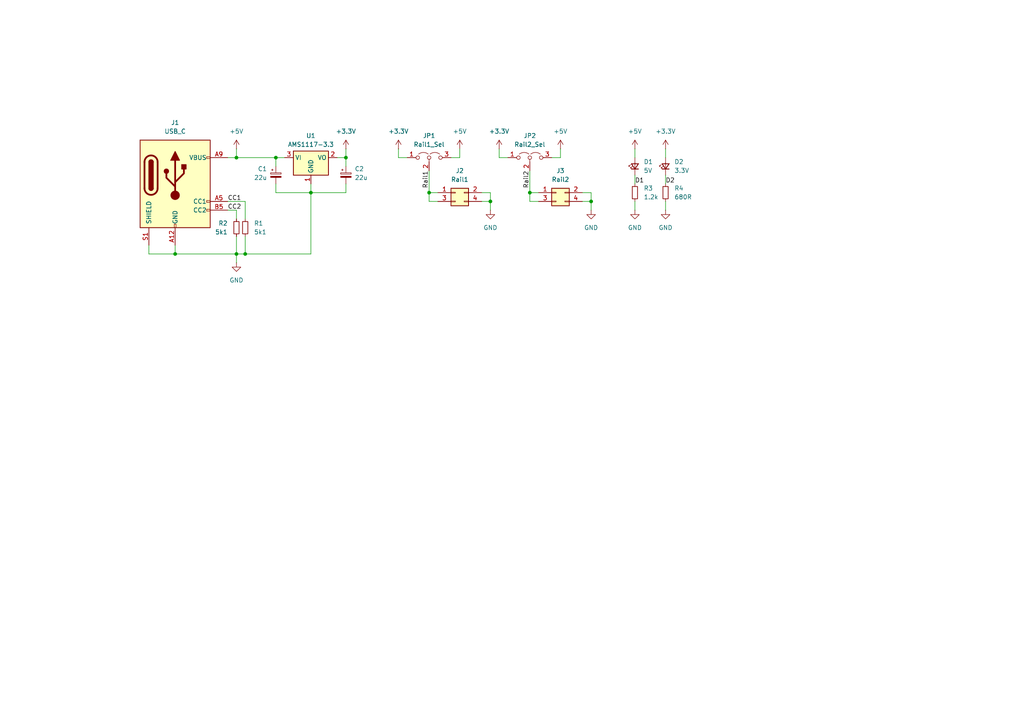
<source format=kicad_sch>
(kicad_sch (version 20231120) (generator "eeschema") (generator_version "8.0")
  (paper "A4")
  (title_block (title "BreadBoard-Power") (date "${DATE}") (rev "${VERSION}") (company "Qetesh"))
  (lib_symbols
    (symbol "Connector:USB_C_Receptacle_PowerOnly_6P" (pin_names (offset 1.016))
      (property "Reference" "J" (at 0 16.51 0))
      (property "Value" "USB_C_Receptacle_PowerOnly_6P" (at 0 13.97 0))
      (symbol "USB_C_Receptacle_PowerOnly_6P_0_0"
        (rectangle (start -0.254 -12.7) (end 0.254 -11.684))
        (rectangle (start 10.16 -7.366) (end 9.144 -7.874))
        (rectangle (start 10.16 -4.826) (end 9.144 -5.334))
        (rectangle (start 10.16 7.874) (end 9.144 7.366))
      )
      (symbol "USB_C_Receptacle_PowerOnly_6P_0_1"
        (rectangle (start -10.16 12.7) (end 10.16 -12.7) (stroke (width 0.254)) (fill (type background)))
        (arc (start -8.89 -1.27) (mid -6.985 -3.1667) (end -5.08 -1.27) (stroke (width 0.508)))
        (arc (start -7.62 -1.27) (mid -6.985 -1.9023) (end -6.35 -1.27) (stroke (width 0.254)))
        (arc (start -7.62 -1.27) (mid -6.985 -1.9023) (end -6.35 -1.27) (stroke (width 0.254)) (fill (type outline)))
        (rectangle (start -7.62 -1.27) (end -6.35 6.35) (stroke (width 0.254)) (fill (type outline)))
        (arc (start -6.35 6.35) (mid -6.985 6.9823) (end -7.62 6.35) (stroke (width 0.254)))
        (arc (start -6.35 6.35) (mid -6.985 6.9823) (end -7.62 6.35) (stroke (width 0.254)) (fill (type outline)))
        (arc (start -5.08 6.35) (mid -6.985 8.2467) (end -8.89 6.35) (stroke (width 0.508)))
        (circle (center -2.54 3.683) (radius 0.635) (stroke (width 0.254)) (fill (type outline)))
        (circle (center 0 -3.302) (radius 1.27) (fill (type outline)))
        (polyline (pts (xy -8.89 -1.27) (xy -8.89 6.35)) (stroke (width 0.508)))
        (polyline (pts (xy -5.08 6.35) (xy -5.08 -1.27)) (stroke (width 0.508)))
        (polyline (pts (xy 0 -3.302) (xy 0 6.858)) (stroke (width 0.508)))
        (polyline (pts (xy 0 -0.762) (xy -2.54 1.778) (xy -2.54 3.048)) (stroke (width 0.508)))
        (polyline (pts (xy 0 0.508) (xy 2.54 3.048) (xy 2.54 4.318)) (stroke (width 0.508)))
        (polyline (pts (xy -1.27 6.858) (xy 0 9.398) (xy 1.27 6.858) (xy -1.27 6.858)) (stroke (width 0.254)) (fill (type outline)))
        (rectangle (start 1.905 4.318) (end 3.175 5.588) (stroke (width 0.254)) (fill (type outline)))
      )
      (symbol "USB_C_Receptacle_PowerOnly_6P_1_1"
        (pin passive line (at 0 -17.78 90) (length 5.08) (name "GND") (number "A12"))
        (pin bidirectional line (at 15.24 -5.08 180) (length 5.08) (name "CC1") (number "A5"))
        (pin passive line (at 15.24 7.62 180) (length 5.08) (name "VBUS") (number "A9"))
        (pin passive line (at 0 -17.78 90) (length 5.08) hide (name "GND") (number "B12"))
        (pin bidirectional line (at 15.24 -7.62 180) (length 5.08) (name "CC2") (number "B5"))
        (pin passive line (at 15.24 7.62 180) (length 5.08) hide (name "VBUS") (number "B9"))
        (pin passive line (at -7.62 -17.78 90) (length 5.08) (name "SHIELD") (number "S1"))
      )
    )
    (symbol "Connector_Generic:Conn_02x02_Odd_Even" (pin_names (offset 1.016) hide)
      (property "Reference" "J" (at 1.27 2.54 0))
      (property "Value" "Conn_02x02_Odd_Even" (at 1.27 -5.08 0))
      (symbol "Conn_02x02_Odd_Even_1_1"
        (rectangle (start -1.27 -2.413) (end 0 -2.667) (stroke (width 0.1524)))
        (rectangle (start -1.27 0.127) (end 0 -0.127) (stroke (width 0.1524)))
        (rectangle (start -1.27 1.27) (end 3.81 -3.81) (stroke (width 0.254)) (fill (type background)))
        (rectangle (start 3.81 -2.413) (end 2.54 -2.667) (stroke (width 0.1524)))
        (rectangle (start 3.81 0.127) (end 2.54 -0.127) (stroke (width 0.1524)))
        (pin passive line (at -5.08 0 0) (length 3.81) (name "Pin_1") (number "1"))
        (pin passive line (at 7.62 0 180) (length 3.81) (name "Pin_2") (number "2"))
        (pin passive line (at -5.08 -2.54 0) (length 3.81) (name "Pin_3") (number "3"))
        (pin passive line (at 7.62 -2.54 180) (length 3.81) (name "Pin_4") (number "4"))
      )
    )
    (symbol "Device:C_Polarized_Small" (pin_numbers hide) (pin_names (offset 0.254) hide)
      (property "Reference" "C" (at 0.254 1.778 0))
      (property "Value" "C_Polarized_Small" (at 0.254 -2.032 0))
      (symbol "C_Polarized_Small_0_1"
        (rectangle (start -1.524 -0.3048) (end 1.524 -0.6858) (fill (type outline)))
        (rectangle (start -1.524 0.6858) (end 1.524 0.3048))
        (polyline (pts (xy -1.27 1.524) (xy -0.762 1.524)))
        (polyline (pts (xy -1.016 1.27) (xy -1.016 1.778)))
      )
      (symbol "C_Polarized_Small_1_1"
        (pin passive line (at 0 2.54 270) (length 1.8542) (name "~") (number "1"))
        (pin passive line (at 0 -2.54 90) (length 1.8542) (name "~") (number "2"))
      )
    )
    (symbol "Device:LED_Small" (pin_numbers hide) (pin_names (offset 0.254) hide)
      (property "Reference" "D" (at -1.27 3.175 0))
      (property "Value" "LED_Small" (at -4.445 -2.54 0))
      (symbol "LED_Small_0_1"
        (polyline (pts (xy -0.762 -1.016) (xy -0.762 1.016)) (stroke (width 0.254)))
        (polyline (pts (xy 1.016 0) (xy -0.762 0)))
        (polyline (pts (xy 0.762 -1.016) (xy -0.762 0) (xy 0.762 1.016) (xy 0.762 -1.016)) (stroke (width 0.254)))
        (polyline (pts (xy 0 0.762) (xy -0.508 1.27) (xy -0.254 1.27) (xy -0.508 1.27) (xy -0.508 1.016)))
        (polyline (pts (xy 0.508 1.27) (xy 0 1.778) (xy 0.254 1.778) (xy 0 1.778) (xy 0 1.524)))
      )
      (symbol "LED_Small_1_1"
        (pin passive line (at -2.54 0 0) (length 1.778) (name "K") (number "1"))
        (pin passive line (at 2.54 0 180) (length 1.778) (name "A") (number "2"))
      )
    )
    (symbol "Device:R_Small" (pin_numbers hide) (pin_names (offset 0.254) hide)
      (property "Reference" "R" (at 0.762 0.508 0))
      (property "Value" "R_Small" (at 0.762 -1.016 0))
      (symbol "R_Small_0_1"
        (rectangle (start -0.762 1.778) (end 0.762 -1.778) (stroke (width 0.2032)))
      )
      (symbol "R_Small_1_1"
        (pin passive line (at 0 2.54 270) (length 0.762) (name "~") (number "1"))
        (pin passive line (at 0 -2.54 90) (length 0.762) (name "~") (number "2"))
      )
    )
    (symbol "Jumper:Jumper_3_Open" (pin_names (offset 0) hide) (exclude_from_sim yes) (in_bom no)
      (property "Reference" "JP" (at -2.54 -2.54 0))
      (property "Value" "Jumper_3_Open" (at 0 2.794 0))
      (symbol "Jumper_3_Open_0_0"
        (circle (center -3.302 0) (radius 0.508))
        (circle (center 0 0) (radius 0.508))
        (circle (center 3.302 0) (radius 0.508))
      )
      (symbol "Jumper_3_Open_0_1"
        (arc (start -0.254 1.016) (mid -1.651 1.4992) (end -3.048 1.016))
        (polyline (pts (xy 0 -0.508) (xy 0 -1.27)))
        (arc (start 3.048 1.016) (mid 1.651 1.4992) (end 0.254 1.016))
      )
      (symbol "Jumper_3_Open_1_1"
        (pin passive line (at -6.35 0 0) (length 2.54) (name "A") (number "1"))
        (pin passive line (at 0 -3.81 90) (length 2.54) (name "C") (number "2"))
        (pin passive line (at 6.35 0 180) (length 2.54) (name "B") (number "3"))
      )
    )
    (symbol "Regulator_Linear:AMS1117-3.3"
      (property "Reference" "U" (at -3.81 3.175 0))
      (property "Value" "AMS1117-3.3" (at 0 3.175 0))
      (symbol "AMS1117-3.3_0_1"
        (rectangle (start -5.08 -5.08) (end 5.08 1.905) (stroke (width 0.254)) (fill (type background)))
      )
      (symbol "AMS1117-3.3_1_1"
        (pin power_in line (at 0 -7.62 90) (length 2.54) (name "GND") (number "1"))
        (pin power_out line (at 7.62 0 180) (length 2.54) (name "VO") (number "2"))
        (pin power_in line (at -7.62 0 0) (length 2.54) (name "VI") (number "3"))
      )
    )
    (symbol "power:+3.3V" (power) (pin_numbers hide) (pin_names (offset 0) hide)
      (property "Value" "+3.3V" (at 0 3.556 0))
      (symbol "+3.3V_0_1"
        (polyline (pts (xy -0.762 1.27) (xy 0 2.54)))
        (polyline (pts (xy 0 0) (xy 0 2.54)))
        (polyline (pts (xy 0 2.54) (xy 0.762 1.27)))
      )
      (symbol "+3.3V_1_1"
        (pin power_in line (at 0 0 90) (length 0) (name "~") (number "1"))
      )
    )
    (symbol "power:+5V" (power) (pin_numbers hide) (pin_names (offset 0) hide)
      (property "Value" "+5V" (at 0 3.556 0))
      (symbol "+5V_0_1"
        (polyline (pts (xy -0.762 1.27) (xy 0 2.54)))
        (polyline (pts (xy 0 0) (xy 0 2.54)))
        (polyline (pts (xy 0 2.54) (xy 0.762 1.27)))
      )
      (symbol "+5V_1_1"
        (pin power_in line (at 0 0 90) (length 0) (name "~") (number "1"))
      )
    )
    (symbol "power:GND" (power) (pin_numbers hide) (pin_names (offset 0) hide)
      (property "Value" "GND" (at 0 -3.81 0))
      (symbol "GND_0_1"
        (polyline (pts (xy 0 0) (xy 0 -1.27) (xy 1.27 -1.27) (xy 0 -2.54) (xy -1.27 -1.27) (xy 0 -1.27)))
      )
      (symbol "GND_1_1"
        (pin power_in line (at 0 0 270) (length 0) (name "~") (number "1"))
      )
    )
    (symbol "power:PWR_FLAG" (power) (pin_numbers hide) (pin_names (offset 0) hide)
      (property "Value" "PWR_FLAG" (at 0 3.81 0))
      (symbol "PWR_FLAG_0_0"
        (pin power_out line (at 0 0 90) (length 0) (name "~") (number "1"))
      )
      (symbol "PWR_FLAG_0_1"
        (polyline (pts (xy 0 0) (xy 0 1.27) (xy -1.016 1.905) (xy 0 2.54) (xy 1.016 1.905) (xy 0 1.27)))
      )
    )
  )
  (junction (at 142.24 58.42))
  (junction (at 171.45 58.42))
  (junction (at 100.33 45.72))
  (junction (at 90.17 55.88))
  (junction (at 71.12 73.66))
  (junction (at 80.01 45.72))
  (junction (at 68.58 45.72))
  (junction (at 50.8 73.66))
  (junction (at 68.58 73.66))
  (junction (at 124.46 55.88))
  (junction (at 153.67 55.88))
  (wire (pts (xy 66.04 60.96) (xy 68.58 60.96)))
  (wire (pts (xy 124.46 49.53) (xy 124.46 55.88)))
  (wire (pts (xy 153.67 49.53) (xy 153.67 55.88)))
  (wire (pts (xy 68.58 60.96) (xy 68.58 63.5)))
  (wire (pts (xy 71.12 68.58) (xy 71.12 73.66)))
  (wire (pts (xy 66.04 58.42) (xy 71.12 58.42)))
  (wire (pts (xy 124.46 55.88) (xy 127 55.88)))
  (wire (pts (xy 184.15 50.8) (xy 184.15 53.34)))
  (wire (pts (xy 66.04 45.72) (xy 68.58 45.72)))
  (wire (pts (xy 100.33 43.18) (xy 100.33 45.72)))
  (wire (pts (xy 184.15 43.18) (xy 184.15 45.72)))
  (wire (pts (xy 139.7 58.42) (xy 142.24 58.42)))
  (wire (pts (xy 71.12 73.66) (xy 68.58 73.66)))
  (wire (pts (xy 168.91 55.88) (xy 171.45 55.88)))
  (wire (pts (xy 80.01 45.72) (xy 80.01 48.26)))
  (wire (pts (xy 68.58 45.72) (xy 68.58 43.18)))
  (wire (pts (xy 193.04 43.18) (xy 193.04 45.72)))
  (wire (pts (xy 124.46 58.42) (xy 124.46 55.88)))
  (wire (pts (xy 90.17 73.66) (xy 71.12 73.66)))
  (wire (pts (xy 133.35 45.72) (xy 130.81 45.72)))
  (wire (pts (xy 100.33 53.34) (xy 100.33 55.88)))
  (wire (pts (xy 144.78 43.18) (xy 144.78 45.72)))
  (wire (pts (xy 80.01 53.34) (xy 80.01 55.88)))
  (wire (pts (xy 144.78 45.72) (xy 147.32 45.72)))
  (wire (pts (xy 80.01 45.72) (xy 82.55 45.72)))
  (wire (pts (xy 43.18 71.12) (xy 43.18 73.66)))
  (wire (pts (xy 68.58 76.2) (xy 68.58 73.66)))
  (wire (pts (xy 139.7 55.88) (xy 142.24 55.88)))
  (wire (pts (xy 97.79 45.72) (xy 100.33 45.72)))
  (wire (pts (xy 90.17 55.88) (xy 90.17 53.34)))
  (wire (pts (xy 142.24 58.42) (xy 142.24 60.96)))
  (wire (pts (xy 162.56 43.18) (xy 162.56 45.72)))
  (wire (pts (xy 115.57 43.18) (xy 115.57 45.72)))
  (wire (pts (xy 43.18 73.66) (xy 50.8 73.66)))
  (wire (pts (xy 133.35 43.18) (xy 133.35 45.72)))
  (wire (pts (xy 50.8 73.66) (xy 50.8 71.12)))
  (wire (pts (xy 68.58 73.66) (xy 50.8 73.66)))
  (wire (pts (xy 115.57 45.72) (xy 118.11 45.72)))
  (wire (pts (xy 193.04 58.42) (xy 193.04 60.96)))
  (wire (pts (xy 68.58 45.72) (xy 80.01 45.72)))
  (wire (pts (xy 156.21 58.42) (xy 153.67 58.42)))
  (wire (pts (xy 127 58.42) (xy 124.46 58.42)))
  (wire (pts (xy 100.33 55.88) (xy 90.17 55.88)))
  (wire (pts (xy 153.67 58.42) (xy 153.67 55.88)))
  (wire (pts (xy 100.33 45.72) (xy 100.33 48.26)))
  (wire (pts (xy 193.04 50.8) (xy 193.04 53.34)))
  (wire (pts (xy 168.91 58.42) (xy 171.45 58.42)))
  (wire (pts (xy 153.67 55.88) (xy 156.21 55.88)))
  (wire (pts (xy 142.24 55.88) (xy 142.24 58.42)))
  (wire (pts (xy 80.01 55.88) (xy 90.17 55.88)))
  (wire (pts (xy 171.45 58.42) (xy 171.45 60.96)))
  (wire (pts (xy 71.12 58.42) (xy 71.12 63.5)))
  (wire (pts (xy 171.45 55.88) (xy 171.45 58.42)))
  (wire (pts (xy 184.15 58.42) (xy 184.15 60.96)))
  (wire (pts (xy 162.56 45.72) (xy 160.02 45.72)))
  (wire (pts (xy 68.58 68.58) (xy 68.58 73.66)))
  (wire (pts (xy 90.17 55.88) (xy 90.17 73.66)))
  (label "CC2" (at 66.04 60.96 0))
  (label "D1" (at 184.15 53.34 0))
  (label "Rail1" (at 124.46 54.61 90))
  (label "Rail2" (at 153.67 54.61 90))
  (label "D2" (at 193.04 53.34 0))
  (label "CC1" (at 66.04 58.42 0))
  (symbol (lib_id "Jumper:Jumper_3_Open") (at 124.46 45.72 0) (unit 1) (exclude_from_sim yes) (in_bom no)
    (property "Reference" "JP1" (at 124.46 39.37 0))
    (property "Value" "Rail1_Sel" (at 124.46 41.91 0))
    (property "Footprint" "Connector_PinHeader_2.54mm:PinHeader_1x03_P2.54mm_Vertical" (effects (hide yes)))
    (property "Description" "Jumper, 3-pole, both open" (effects (hide yes)))
  )
  (symbol (lib_id "power:+3.3V") (at 193.04 43.18 0) (unit 1)
    (property "Reference" "#PWR012" (effects (hide yes)))
    (property "Value" "+3.3V" (at 193.04 38.1 0))
    (property "Description" "Power symbol creates a global label with name \"+3.3V\"" (effects (hide yes)))
  )
  (symbol (lib_id "power:GND") (at 142.24 60.96 0) (unit 1)
    (property "Reference" "#PWR05" (effects (hide yes)))
    (property "Value" "GND" (at 142.24 66.04 0))
    (property "Description" "Power symbol creates a global label with name \"GND\" , ground" (effects (hide yes)))
  )
  (symbol (lib_id "Device:R_Small") (at 193.04 55.88 0) (unit 1)
    (property "Reference" "R4" (at 195.58 54.6099 0) (effects (justify left)))
    (property "Value" "680R" (at 195.58 57.1499 0) (effects (justify left)))
    (property "Footprint" "Resistor_SMD:R_0603_1608Metric_Pad0.98x0.95mm_HandSolder" (effects (hide yes)))
    (property "Description" "Resistor, small symbol" (effects (hide yes)))
    (property "LCSC" "C23228" (effects (hide yes)))
  )
  (symbol (lib_id "power:PWR_FLAG") (at -26.67 180.34 0) (unit 1)
    (property "Reference" "#FLG02" (effects (hide yes)))
    (property "Value" "PWR_FLAG" (at -26.67 175.26 0))
    (property "Description" "Special symbol for telling ERC where power comes from" (effects (hide yes)))
  )
  (symbol (lib_id "power:+3.3V") (at 100.33 43.18 0) (unit 1)
    (property "Reference" "#PWR03" (effects (hide yes)))
    (property "Value" "+3.3V" (at 100.33 38.1 0))
    (property "Description" "Power symbol creates a global label with name \"+3.3V\"" (effects (hide yes)))
  )
  (symbol (lib_id "Connector_Generic:Conn_02x02_Odd_Even") (at 161.29 55.88 0) (unit 1)
    (property "Reference" "J3" (at 162.56 49.53 0))
    (property "Value" "Rail2" (at 162.56 52.07 0))
    (property "Footprint" "Connector_PinHeader_2.54mm:PinHeader_2x02_P2.54mm_Vertical" (effects (hide yes)))
    (property "Description" "Generic connector, double row, 02x02, odd/even pin numbering scheme (row 1 odd numbers, row 2 even numbers), script generated (kicad-library-utils/schlib/autogen/connector/)" (effects (hide yes)))
  )
  (symbol (lib_id "Device:R_Small") (at 184.15 55.88 0) (unit 1)
    (property "Reference" "R3" (at 186.69 54.6099 0) (effects (justify left)))
    (property "Value" "1.2k" (at 186.69 57.1499 0) (effects (justify left)))
    (property "Footprint" "Resistor_SMD:R_0603_1608Metric_Pad0.98x0.95mm_HandSolder" (effects (hide yes)))
    (property "Description" "Resistor, small symbol" (effects (hide yes)))
    (property "LCSC" "C22765" (effects (hide yes)))
  )
  (symbol (lib_id "Connector:USB_C_Receptacle_PowerOnly_6P") (at 50.8 53.34 0) (unit 1)
    (property "Reference" "J1" (at 50.8 35.56 0))
    (property "Value" "USB_C" (at 50.8 38.1 0))
    (property "Footprint" "Connector_USB:USB_C_Receptacle_GCT_USB4125-xx-x_6P_TopMnt_Horizontal" (effects (hide yes)))
    (property "Datasheet" "https://www.usb.org/sites/default/files/documents/usb_type-c.zip" (effects (hide yes)))
    (property "Description" "USB Power-Only 6P Type-C Receptacle connector" (effects (hide yes)))
    (property "LCSC" "C2763104" (effects (hide yes)))
  )
  (symbol (lib_id "power:GND") (at 68.58 76.2 0) (unit 1)
    (property "Reference" "#PWR02" (effects (hide yes)))
    (property "Value" "GND" (at 68.58 81.28 0))
    (property "Description" "Power symbol creates a global label with name \"GND\" , ground" (effects (hide yes)))
  )
  (symbol (lib_id "power:+3.3V") (at 144.78 43.18 0) (unit 1)
    (property "Reference" "#PWR08" (effects (hide yes)))
    (property "Value" "+3.3V" (at 144.78 38.1 0))
    (property "Description" "Power symbol creates a global label with name \"+3.3V\"" (effects (hide yes)))
  )
  (symbol (lib_id "power:+5V") (at 162.56 43.18 0) (unit 1)
    (property "Reference" "#PWR09" (effects (hide yes)))
    (property "Value" "+5V" (at 162.56 38.1 0))
    (property "Description" "Power symbol creates a global label with name \"+5V\"" (effects (hide yes)))
  )
  (symbol (lib_id "power:+5V") (at -16.51 180.34 180) (unit 1)
    (property "Reference" "#PWR015" (effects (hide yes)))
    (property "Value" "+5V" (at -16.51 185.42 0))
    (property "Description" "Power symbol creates a global label with name \"+5V\"" (effects (hide yes)))
  )
  (symbol (lib_id "power:+5V") (at 133.35 43.18 0) (unit 1)
    (property "Reference" "#PWR06" (effects (hide yes)))
    (property "Value" "+5V" (at 133.35 38.1 0))
    (property "Description" "Power symbol creates a global label with name \"+5V\"" (effects (hide yes)))
  )
  (symbol (lib_id "Regulator_Linear:AMS1117-3.3") (at 90.17 45.72 0) (unit 1)
    (property "Reference" "U1" (at 90.17 39.37 0))
    (property "Value" "AMS1117-3.3" (at 90.17 41.91 0))
    (property "Footprint" "Package_TO_SOT_SMD:SOT-223-3_TabPin2" (effects (hide yes)))
    (property "Datasheet" "http://www.advanced-monolithic.com/pdf/ds1117.pdf" (effects (hide yes)))
    (property "Description" "1A Low Dropout regulator, positive, 3.3V fixed output, SOT-223" (effects (hide yes)))
    (property "LCSC" "C6186" (effects (hide yes)))
  )
  (symbol (lib_id "power:+3.3V") (at 115.57 43.18 0) (unit 1)
    (property "Reference" "#PWR04" (effects (hide yes)))
    (property "Value" "+3.3V" (at 115.57 38.1 0))
    (property "Description" "Power symbol creates a global label with name \"+3.3V\"" (effects (hide yes)))
  )
  (symbol (lib_id "power:GND") (at 193.04 60.96 0) (unit 1)
    (property "Reference" "#PWR010" (effects (hide yes)))
    (property "Value" "GND" (at 193.04 66.04 0))
    (property "Description" "Power symbol creates a global label with name \"GND\" , ground" (effects (hide yes)))
  )
  (symbol (lib_id "power:PWR_FLAG") (at -16.51 180.34 0) (unit 1)
    (property "Reference" "#FLG01" (effects (hide yes)))
    (property "Value" "PWR_FLAG" (at -16.51 175.26 0))
    (property "Description" "Special symbol for telling ERC where power comes from" (effects (hide yes)))
  )
  (symbol (lib_id "Device:R_Small") (at 71.12 66.04 0) (unit 1)
    (property "Reference" "R1" (at 73.66 64.7699 0) (effects (justify left)))
    (property "Value" "5k1" (at 73.66 67.3099 0) (effects (justify left)))
    (property "Footprint" "Resistor_SMD:R_0603_1608Metric_Pad0.98x0.95mm_HandSolder" (effects (hide yes)))
    (property "Description" "Resistor, small symbol" (effects (hide yes)))
    (property "LCSC" "C23186" (effects (hide yes)))
  )
  (symbol (lib_id "Device:C_Polarized_Small") (at 100.33 50.8 0) (unit 1)
    (property "Reference" "C2" (at 102.87 48.9838 0) (effects (justify left)))
    (property "Value" "22u" (at 102.87 51.5238 0) (effects (justify left)))
    (property "Footprint" "Capacitor_Tantalum_SMD:CP_EIA-3216-18_Kemet-A_Pad1.58x1.35mm_HandSolder" (effects (hide yes)))
    (property "Description" "Polarized capacitor, small symbol" (effects (hide yes)))
    (property "LCSC" "C7171" (effects (hide yes)))
  )
  (symbol (lib_id "Device:R_Small") (at 68.58 66.04 0) (mirror y) (unit 1)
    (property "Reference" "R2" (at 66.04 64.7699 0) (effects (justify left)))
    (property "Value" "5k1" (at 66.04 67.3099 0) (effects (justify left)))
    (property "Footprint" "Resistor_SMD:R_0603_1608Metric_Pad0.98x0.95mm_HandSolder" (effects (hide yes)))
    (property "Description" "Resistor, small symbol" (effects (hide yes)))
    (property "LCSC" "C23186" (effects (hide yes)))
  )
  (symbol (lib_id "Device:LED_Small") (at 184.15 48.26 90) (unit 1)
    (property "Reference" "D1" (at 186.69 46.9264 90) (effects (justify right)))
    (property "Value" "5V" (at 186.69 49.4664 90) (effects (justify right)))
    (property "Footprint" "LED_SMD:LED_0603_1608Metric_Pad1.05x0.95mm_HandSolder" (effects (hide yes)))
    (property "Description" "Light emitting diode, small symbol" (effects (hide yes)))
    (property "LCSC" "C2286" (effects (hide yes)))
  )
  (symbol (lib_id "Device:LED_Small") (at 193.04 48.26 90) (unit 1)
    (property "Reference" "D2" (at 195.58 46.9264 90) (effects (justify right)))
    (property "Value" "3.3V" (at 195.58 49.4664 90) (effects (justify right)))
    (property "Footprint" "LED_SMD:LED_0603_1608Metric_Pad1.05x0.95mm_HandSolder" (effects (hide yes)))
    (property "Description" "Light emitting diode, small symbol" (effects (hide yes)))
    (property "LCSC" "C2286" (effects (hide yes)))
  )
  (symbol (lib_id "power:GND") (at 184.15 60.96 0) (unit 1)
    (property "Reference" "#PWR011" (effects (hide yes)))
    (property "Value" "GND" (at 184.15 66.04 0))
    (property "Description" "Power symbol creates a global label with name \"GND\" , ground" (effects (hide yes)))
  )
  (symbol (lib_id "power:GND") (at 171.45 60.96 0) (unit 1)
    (property "Reference" "#PWR07" (effects (hide yes)))
    (property "Value" "GND" (at 171.45 66.04 0))
    (property "Description" "Power symbol creates a global label with name \"GND\" , ground" (effects (hide yes)))
  )
  (symbol (lib_id "power:GND") (at -26.67 180.34 0) (unit 1)
    (property "Reference" "#PWR014" (effects (hide yes)))
    (property "Value" "GND" (at -26.67 185.42 0))
    (property "Description" "Power symbol creates a global label with name \"GND\" , ground" (effects (hide yes)))
  )
  (symbol (lib_id "Jumper:Jumper_3_Open") (at 153.67 45.72 0) (unit 1) (exclude_from_sim yes) (in_bom no)
    (property "Reference" "JP2" (at 153.67 39.37 0))
    (property "Value" "Rail2_Sel" (at 153.67 41.91 0))
    (property "Footprint" "Connector_PinHeader_2.54mm:PinHeader_1x03_P2.54mm_Vertical" (effects (hide yes)))
    (property "Description" "Jumper, 3-pole, both open" (effects (hide yes)))
  )
  (symbol (lib_id "Connector_Generic:Conn_02x02_Odd_Even") (at 132.08 55.88 0) (unit 1)
    (property "Reference" "J2" (at 133.35 49.53 0))
    (property "Value" "Rail1" (at 133.35 52.07 0))
    (property "Footprint" "Connector_PinHeader_2.54mm:PinHeader_2x02_P2.54mm_Vertical" (effects (hide yes)))
    (property "Description" "Generic connector, double row, 02x02, odd/even pin numbering scheme (row 1 odd numbers, row 2 even numbers), script generated (kicad-library-utils/schlib/autogen/connector/)" (effects (hide yes)))
  )
  (symbol (lib_id "Device:C_Polarized_Small") (at 80.01 50.8 0) (unit 1)
    (property "Reference" "C1" (at 77.47 48.9838 0) (effects (justify right)))
    (property "Value" "22u" (at 77.47 51.5238 0) (effects (justify right)))
    (property "Footprint" "Capacitor_Tantalum_SMD:CP_EIA-3216-18_Kemet-A_Pad1.58x1.35mm_HandSolder" (effects (hide yes)))
    (property "Description" "Polarized capacitor, small symbol" (effects (hide yes)))
    (property "LCSC" "C7171" (effects (hide yes)))
  )
  (symbol (lib_id "power:+5V") (at 68.58 43.18 0) (unit 1)
    (property "Reference" "#PWR01" (effects (hide yes)))
    (property "Value" "+5V" (at 68.58 38.1 0))
    (property "Description" "Power symbol creates a global label with name \"+5V\"" (effects (hide yes)))
  )
  (symbol (lib_id "power:+5V") (at 184.15 43.18 0) (unit 1)
    (property "Reference" "#PWR013" (effects (hide yes)))
    (property "Value" "+5V" (at 184.15 38.1 0))
    (property "Description" "Power symbol creates a global label with name \"+5V\"" (effects (hide yes)))
  )
)
</source>
